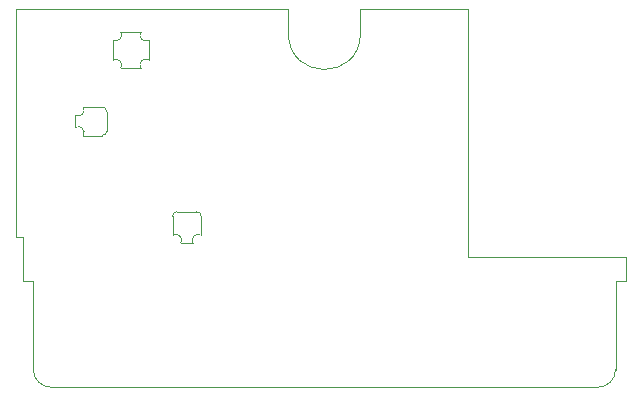
<source format=gbr>
%TF.GenerationSoftware,KiCad,Pcbnew,(6.0.11-0)*%
%TF.CreationDate,2023-06-20T20:05:40-05:00*%
%TF.ProjectId,TypePak,54797065-5061-46b2-9e6b-696361645f70,rev?*%
%TF.SameCoordinates,Original*%
%TF.FileFunction,Profile,NP*%
%FSLAX46Y46*%
G04 Gerber Fmt 4.6, Leading zero omitted, Abs format (unit mm)*
G04 Created by KiCad (PCBNEW (6.0.11-0)) date 2023-06-20 20:05:40*
%MOMM*%
%LPD*%
G01*
G04 APERTURE LIST*
%TA.AperFunction,Profile*%
%ADD10C,0.050000*%
%TD*%
%TA.AperFunction,Profile*%
%ADD11C,0.120000*%
%TD*%
G04 APERTURE END LIST*
D10*
X172800000Y-117000000D02*
X126500000Y-117000000D01*
X174300000Y-115500000D02*
X174300000Y-108000000D01*
X125000000Y-108000000D02*
X124100000Y-108000000D01*
X125000000Y-115500000D02*
X125000000Y-108000000D01*
X123500000Y-104300000D02*
X123500000Y-85000000D01*
X175200000Y-108000000D02*
X174300000Y-108000000D01*
X175200000Y-106000000D02*
X175200000Y-108000000D01*
X146600000Y-87050000D02*
G75*
G03*
X152700000Y-87050000I3050000J0D01*
G01*
X152700000Y-85000000D02*
X152700000Y-87050000D01*
X146600000Y-85000000D02*
X146600000Y-87050000D01*
X123500000Y-85000000D02*
X146600000Y-85000000D01*
X172800000Y-117000000D02*
G75*
G03*
X174300000Y-115500000I0J1500000D01*
G01*
X125000000Y-115500000D02*
G75*
G03*
X126500000Y-117000000I1500000J0D01*
G01*
X124100000Y-104300000D02*
X124100000Y-108000000D01*
X123500000Y-104300000D02*
X124100000Y-104300000D01*
X161799998Y-106000000D02*
X175200000Y-106000000D01*
X161799998Y-85000000D02*
X161799998Y-106000000D01*
X161799998Y-85000000D02*
X152700000Y-85000000D01*
D11*
%TO.C,U1*%
X136798408Y-104119608D02*
X136798408Y-102519408D01*
X139211408Y-102519408D02*
X139211408Y-104119608D01*
X137179408Y-102138408D02*
X138830408Y-102138408D01*
X131726000Y-89286200D02*
X131726000Y-87609800D01*
X131218000Y-93655000D02*
X131218000Y-95306000D01*
X138525608Y-104805408D02*
X137484208Y-104805408D01*
X134774000Y-89286200D02*
X134774000Y-87609800D01*
X130837000Y-95687000D02*
X129236800Y-95687000D01*
X129236800Y-93274000D02*
X130837000Y-93274000D01*
X132411800Y-86924000D02*
X134088200Y-86924000D01*
X132411800Y-89972000D02*
X134088200Y-89972000D01*
X128551000Y-95001200D02*
X128551000Y-93959800D01*
X139211392Y-102519408D02*
G75*
G03*
X138830408Y-102138408I-380992J8D01*
G01*
X129236800Y-95687000D02*
G75*
G03*
X128551000Y-95001200I-438047J247753D01*
G01*
X134774000Y-89286200D02*
G75*
G03*
X134088200Y-89972000I-247753J-438047D01*
G01*
X134088200Y-86924000D02*
G75*
G03*
X134774000Y-87609800I438050J-247750D01*
G01*
X137484213Y-104805411D02*
G75*
G03*
X136798408Y-104119608I-438053J247751D01*
G01*
X131218000Y-93655000D02*
G75*
G03*
X130837000Y-93274000I-380999J1D01*
G01*
X139211408Y-104119608D02*
G75*
G03*
X138525608Y-104805408I-247758J-438042D01*
G01*
X137179408Y-102138408D02*
G75*
G03*
X136798408Y-102519408I-8J-380992D01*
G01*
X128551000Y-93959800D02*
G75*
G03*
X129236800Y-93274000I247753J438047D01*
G01*
X131726000Y-87609800D02*
G75*
G03*
X132411800Y-86924000I247753J438047D01*
G01*
X132411800Y-89972000D02*
G75*
G03*
X131726000Y-89286200I-438047J247753D01*
G01*
X130837000Y-95687000D02*
G75*
G03*
X131218000Y-95306000I1J380999D01*
G01*
%TD*%
M02*

</source>
